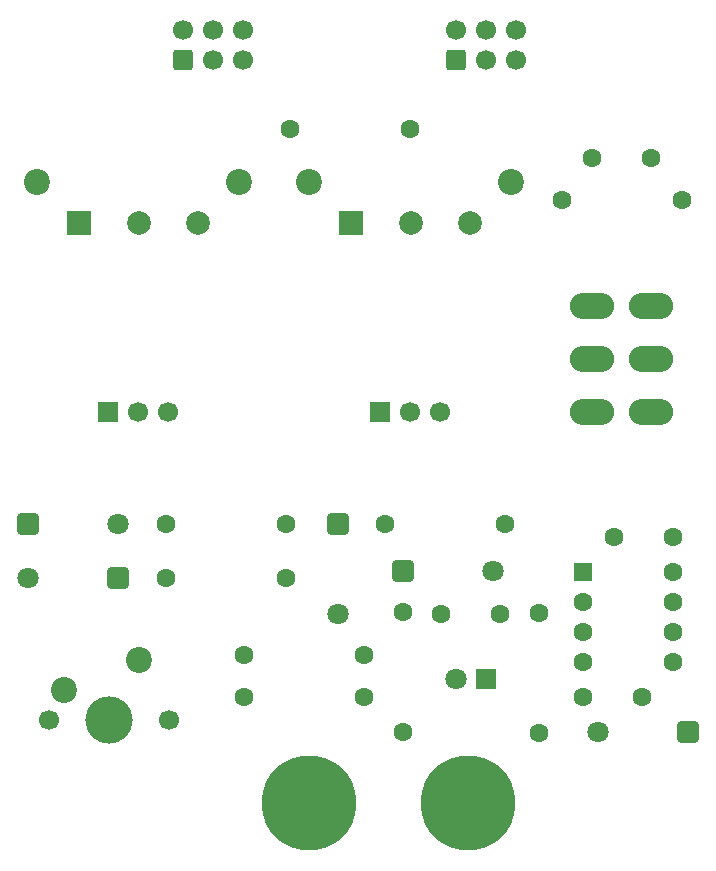
<source format=gbr>
%TF.GenerationSoftware,KiCad,Pcbnew,9.0.6*%
%TF.CreationDate,2026-01-10T14:12:55+11:00*%
%TF.ProjectId,envelope-generator,656e7665-6c6f-4706-952d-67656e657261,rev?*%
%TF.SameCoordinates,Original*%
%TF.FileFunction,Soldermask,Top*%
%TF.FilePolarity,Negative*%
%FSLAX46Y46*%
G04 Gerber Fmt 4.6, Leading zero omitted, Abs format (unit mm)*
G04 Created by KiCad (PCBNEW 9.0.6) date 2026-01-10 14:12:55*
%MOMM*%
%LPD*%
G01*
G04 APERTURE LIST*
G04 Aperture macros list*
%AMRoundRect*
0 Rectangle with rounded corners*
0 $1 Rounding radius*
0 $2 $3 $4 $5 $6 $7 $8 $9 X,Y pos of 4 corners*
0 Add a 4 corners polygon primitive as box body*
4,1,4,$2,$3,$4,$5,$6,$7,$8,$9,$2,$3,0*
0 Add four circle primitives for the rounded corners*
1,1,$1+$1,$2,$3*
1,1,$1+$1,$4,$5*
1,1,$1+$1,$6,$7*
1,1,$1+$1,$8,$9*
0 Add four rect primitives between the rounded corners*
20,1,$1+$1,$2,$3,$4,$5,0*
20,1,$1+$1,$4,$5,$6,$7,0*
20,1,$1+$1,$6,$7,$8,$9,0*
20,1,$1+$1,$8,$9,$2,$3,0*%
G04 Aperture macros list end*
%ADD10C,1.700000*%
%ADD11C,4.000000*%
%ADD12C,2.200000*%
%ADD13RoundRect,0.250000X0.650000X0.650000X-0.650000X0.650000X-0.650000X-0.650000X0.650000X-0.650000X0*%
%ADD14C,1.800000*%
%ADD15RoundRect,0.250000X-0.650000X0.650000X-0.650000X-0.650000X0.650000X-0.650000X0.650000X0.650000X0*%
%ADD16R,2.000000X2.000000*%
%ADD17C,2.000000*%
%ADD18C,1.600000*%
%ADD19C,8.000000*%
%ADD20RoundRect,0.250000X-0.650000X-0.650000X0.650000X-0.650000X0.650000X0.650000X-0.650000X0.650000X0*%
%ADD21RoundRect,0.250000X0.600000X-0.600000X0.600000X0.600000X-0.600000X0.600000X-0.600000X-0.600000X0*%
%ADD22R,1.800000X1.800000*%
%ADD23R,1.700000X1.700000*%
%ADD24O,3.750000X2.200000*%
%ADD25RoundRect,0.250000X-0.550000X-0.550000X0.550000X-0.550000X0.550000X0.550000X-0.550000X0.550000X0*%
G04 APERTURE END LIST*
D10*
%TO.C,SW1*%
X68500000Y-85580000D03*
D11*
X73580000Y-85580000D03*
D10*
X78660000Y-85580000D03*
D12*
X76120000Y-80500000D03*
X69770000Y-83040000D03*
%TD*%
D13*
%TO.C,D1*%
X122620000Y-86580000D03*
D14*
X115000000Y-86580000D03*
%TD*%
D15*
%TO.C,D2*%
X93000000Y-69000000D03*
D14*
X93000000Y-76620000D03*
%TD*%
D16*
%TO.C,J3*%
X94050000Y-43500000D03*
D17*
X99130000Y-43500000D03*
X104130000Y-43500000D03*
%TD*%
D18*
%TO.C,R6*%
X95160000Y-80080000D03*
X85000000Y-80080000D03*
%TD*%
%TO.C,R5*%
X78420000Y-73500000D03*
X88580000Y-73500000D03*
%TD*%
%TO.C,C2*%
X106719351Y-76559953D03*
X101719351Y-76559953D03*
%TD*%
%TO.C,R8*%
X98500000Y-86580000D03*
X98500000Y-76420000D03*
%TD*%
%TO.C,C3*%
X116310000Y-70080000D03*
X121310000Y-70080000D03*
%TD*%
D13*
%TO.C,D3*%
X74310000Y-73500000D03*
D14*
X66690000Y-73500000D03*
%TD*%
D19*
%TO.C,J7*%
X104000000Y-92580000D03*
%TD*%
D18*
%TO.C,R3*%
X111920000Y-41500000D03*
X122080000Y-41500000D03*
%TD*%
D16*
%TO.C,J4*%
X71050000Y-43500000D03*
D17*
X76130000Y-43500000D03*
X81130000Y-43500000D03*
%TD*%
D20*
%TO.C,D4*%
X66690000Y-69000000D03*
D14*
X74310000Y-69000000D03*
%TD*%
D21*
%TO.C,J2*%
X102929000Y-29691000D03*
D10*
X102929000Y-27151000D03*
X105469000Y-29691000D03*
X105469000Y-27151000D03*
X108009000Y-29691000D03*
X108009000Y-27151000D03*
%TD*%
D21*
%TO.C,J1*%
X79849000Y-29691000D03*
D10*
X79849000Y-27151000D03*
X82389000Y-29691000D03*
X82389000Y-27151000D03*
X84929000Y-29691000D03*
X84929000Y-27151000D03*
%TD*%
D22*
%TO.C,D5*%
X105500000Y-82080000D03*
D14*
X102960000Y-82080000D03*
%TD*%
D18*
%TO.C,R4*%
X88580000Y-69000000D03*
X78420000Y-69000000D03*
%TD*%
D12*
%TO.C,RV2*%
X90550000Y-40000000D03*
X107600000Y-40000000D03*
D23*
X96510000Y-59500000D03*
D10*
X99050000Y-59500000D03*
X101590000Y-59500000D03*
%TD*%
D18*
%TO.C,R2*%
X96920000Y-69000000D03*
X107080000Y-69000000D03*
%TD*%
%TO.C,C1*%
X114500000Y-38000000D03*
X119500000Y-38000000D03*
%TD*%
%TO.C,R1*%
X88920000Y-35500000D03*
X99080000Y-35500000D03*
%TD*%
%TO.C,C4*%
X118691655Y-83619448D03*
X113691655Y-83619448D03*
%TD*%
D19*
%TO.C,J5*%
X90500000Y-92580000D03*
%TD*%
D12*
%TO.C,RV1*%
X67500000Y-40000000D03*
X84550000Y-40000000D03*
D23*
X73460000Y-59500000D03*
D10*
X76000000Y-59500000D03*
X78540000Y-59500000D03*
%TD*%
D24*
%TO.C,SW2*%
X114500000Y-59500000D03*
X114500000Y-55000000D03*
X114500000Y-50500000D03*
X119500000Y-59500000D03*
X119500000Y-55000000D03*
X119500000Y-50500000D03*
%TD*%
D18*
%TO.C,R7*%
X95160000Y-83580000D03*
X85000000Y-83580000D03*
%TD*%
D20*
%TO.C,D6*%
X98491280Y-72930719D03*
D14*
X106111280Y-72930719D03*
%TD*%
D25*
%TO.C,U1*%
X113690000Y-73040000D03*
D18*
X113690000Y-75580000D03*
X113690000Y-78120000D03*
X113690000Y-80660000D03*
X121310000Y-80660000D03*
X121310000Y-78120000D03*
X121310000Y-75580000D03*
X121310000Y-73040000D03*
%TD*%
%TO.C,R9*%
X110000000Y-76500000D03*
X110000000Y-86660000D03*
%TD*%
M02*

</source>
